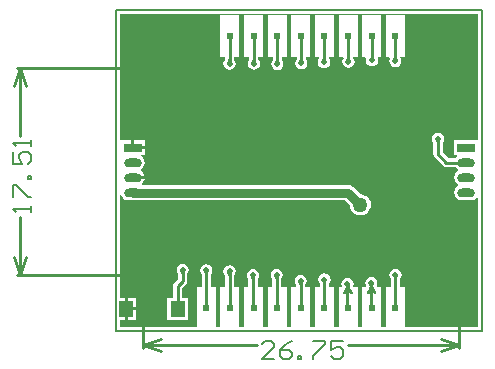
<source format=gtl>
%FSLAX25Y25*%
%MOIN*%
G70*
G01*
G75*
G04 Layer_Physical_Order=1*
G04 Layer_Color=255*
%ADD10C,0.01000*%
%ADD11R,0.04843X0.05354*%
%ADD12C,0.03000*%
%ADD13C,0.00500*%
%ADD14C,0.00600*%
%ADD15O,0.06000X0.03000*%
%ADD16R,0.06000X0.03000*%
%ADD17R,0.02362X0.02362*%
%ADD18C,0.02000*%
%ADD19C,0.05000*%
G36*
X111718Y45000D02*
X103800D01*
Y40000D01*
X104680D01*
X104825Y39522D01*
X104498Y39302D01*
X104315Y39029D01*
X101833D01*
X99929Y40933D01*
Y44075D01*
X99945Y44112D01*
X100284Y44620D01*
X100439Y45400D01*
X100284Y46180D01*
X99842Y46842D01*
X99180Y47284D01*
X98400Y47439D01*
X97620Y47284D01*
X96958Y46842D01*
X96516Y46180D01*
X96361Y45400D01*
X96516Y44620D01*
X96855Y44112D01*
X96871Y44075D01*
Y40300D01*
X96871Y40300D01*
X96871D01*
X96987Y39715D01*
X97319Y39219D01*
X100119Y36419D01*
X100615Y36087D01*
X101200Y35971D01*
X104315D01*
X104498Y35698D01*
X105167Y35250D01*
Y34750D01*
X104498Y34302D01*
X103945Y33475D01*
X103751Y32500D01*
X103945Y31525D01*
X104498Y30698D01*
X105167Y30250D01*
Y29750D01*
X104498Y29302D01*
X103945Y28475D01*
X103751Y27500D01*
X103945Y26524D01*
X104498Y25698D01*
X105324Y25145D01*
X106300Y24951D01*
X109300D01*
X110275Y25145D01*
X111102Y25698D01*
X111239Y25902D01*
X111718Y25757D01*
Y-17229D01*
X87310D01*
Y-4026D01*
X85729D01*
Y-1325D01*
X85745Y-1288D01*
X86084Y-780D01*
X86239Y0D01*
X86084Y780D01*
X85642Y1442D01*
X84980Y1884D01*
X84200Y2039D01*
X83420Y1884D01*
X82758Y1442D01*
X82316Y780D01*
X82161Y0D01*
X82316Y-780D01*
X82655Y-1288D01*
X82671Y-1325D01*
Y-4026D01*
X80980D01*
Y-17229D01*
X79436D01*
Y-4026D01*
X78150D01*
X77914Y-3585D01*
X77984Y-3480D01*
X78139Y-2700D01*
X77984Y-1920D01*
X77542Y-1258D01*
X76880Y-816D01*
X76100Y-661D01*
X75320Y-816D01*
X74658Y-1258D01*
X74216Y-1920D01*
X74061Y-2700D01*
X74216Y-3480D01*
X74286Y-3585D01*
X74050Y-4026D01*
X73106D01*
Y-17229D01*
X71562D01*
Y-4026D01*
X70452D01*
X70402Y-3993D01*
X70112Y-3639D01*
X70239Y-3000D01*
X70084Y-2220D01*
X69642Y-1558D01*
X68980Y-1116D01*
X68200Y-961D01*
X67420Y-1116D01*
X66758Y-1558D01*
X66316Y-2220D01*
X66161Y-3000D01*
X66288Y-3639D01*
X65971Y-4026D01*
X65232D01*
Y-17229D01*
X63688D01*
Y-4026D01*
X62029D01*
Y-2825D01*
X62045Y-2788D01*
X62384Y-2280D01*
X62539Y-1500D01*
X62384Y-720D01*
X61942Y-58D01*
X61280Y384D01*
X60500Y539D01*
X59720Y384D01*
X59058Y-58D01*
X58616Y-720D01*
X58461Y-1500D01*
X58616Y-2280D01*
X58955Y-2788D01*
X58971Y-2825D01*
Y-4026D01*
X57358D01*
Y-17229D01*
X55814D01*
Y-4026D01*
X54129D01*
Y-3325D01*
X54145Y-3288D01*
X54484Y-2780D01*
X54639Y-2000D01*
X54484Y-1220D01*
X54042Y-558D01*
X53380Y-116D01*
X52600Y39D01*
X51820Y-116D01*
X51158Y-558D01*
X50716Y-1220D01*
X50561Y-2000D01*
X50716Y-2780D01*
X51055Y-3288D01*
X51071Y-3325D01*
Y-4026D01*
X49483D01*
Y-17229D01*
X47940D01*
Y-4026D01*
X46129D01*
Y-1325D01*
X46145Y-1288D01*
X46484Y-780D01*
X46639Y0D01*
X46484Y780D01*
X46042Y1442D01*
X45380Y1884D01*
X44600Y2039D01*
X43820Y1884D01*
X43158Y1442D01*
X42716Y780D01*
X42561Y0D01*
X42716Y-780D01*
X43055Y-1288D01*
X43071Y-1325D01*
Y-4026D01*
X41609D01*
Y-17229D01*
X40066D01*
Y-4026D01*
X38229D01*
Y-1325D01*
X38245Y-1288D01*
X38584Y-780D01*
X38739Y0D01*
X38584Y780D01*
X38142Y1442D01*
X37480Y1884D01*
X36700Y2039D01*
X35920Y1884D01*
X35258Y1442D01*
X34816Y780D01*
X34661Y0D01*
X34816Y-780D01*
X35155Y-1288D01*
X35171Y-1325D01*
Y-4026D01*
X33735D01*
Y-17229D01*
X32192D01*
Y-4026D01*
X30429D01*
Y-125D01*
X30445Y-88D01*
X30784Y420D01*
X30939Y1200D01*
X30784Y1980D01*
X30342Y2642D01*
X29680Y3084D01*
X28900Y3239D01*
X28120Y3084D01*
X27458Y2642D01*
X27016Y1980D01*
X26861Y1200D01*
X27016Y420D01*
X27355Y-88D01*
X27371Y-125D01*
Y-4026D01*
X25861D01*
Y-17229D01*
X24318D01*
Y-4026D01*
X22682D01*
Y222D01*
X22697Y259D01*
X23037Y767D01*
X23192Y1547D01*
X23037Y2328D01*
X22595Y2989D01*
X21933Y3431D01*
X21153Y3586D01*
X20372Y3431D01*
X19711Y2989D01*
X19269Y2328D01*
X19114Y1547D01*
X19269Y767D01*
X19608Y259D01*
X19623Y222D01*
Y-4026D01*
X17988D01*
Y-17229D01*
X-7781D01*
Y-14877D01*
X-6102D01*
Y-11201D01*
Y-7523D01*
X-7781D01*
Y26617D01*
X-7283Y26666D01*
X-7255Y26524D01*
X-6702Y25698D01*
X-5875Y25145D01*
X-4900Y24951D01*
X67344D01*
X68956Y23339D01*
X69065Y22512D01*
X69418Y21660D01*
X69979Y20929D01*
X70710Y20368D01*
X71561Y20015D01*
X72475Y19895D01*
X73388Y20015D01*
X74240Y20368D01*
X74971Y20929D01*
X75532Y21660D01*
X75885Y22512D01*
X76005Y23425D01*
X75885Y24339D01*
X75532Y25190D01*
X74971Y25921D01*
X74240Y26482D01*
X73388Y26835D01*
X72561Y26944D01*
X70202Y29302D01*
X69375Y29855D01*
X68400Y30049D01*
X-207D01*
X-352Y30527D01*
X-98Y30698D01*
X455Y31525D01*
X550Y32000D01*
X-3401D01*
Y33000D01*
X550D01*
X455Y33475D01*
X-98Y34302D01*
X-924Y34855D01*
Y35145D01*
X-98Y35698D01*
X455Y36525D01*
X649Y37500D01*
X455Y38475D01*
X-98Y39302D01*
X-924Y39855D01*
X-924Y39855D01*
X-924D01*
Y39855D01*
X-910Y40000D01*
X600D01*
Y42000D01*
X-3401D01*
Y42499D01*
X-3900D01*
Y45000D01*
X-7400D01*
Y45000D01*
X-7427D01*
X-7781Y45354D01*
Y87111D01*
X111718D01*
Y45000D01*
D02*
G37*
%LPC*%
G36*
X600D02*
X-2900D01*
Y43000D01*
X600D01*
Y45000D01*
D02*
G37*
G36*
X47940Y86525D02*
X41609D01*
Y72714D01*
X43271D01*
Y71611D01*
X42916Y71080D01*
X42761Y70300D01*
X42916Y69520D01*
X43358Y68858D01*
X44020Y68416D01*
X44800Y68261D01*
X45580Y68416D01*
X46242Y68858D01*
X46684Y69520D01*
X46839Y70300D01*
X46684Y71080D01*
X46329Y71611D01*
Y72714D01*
X47940D01*
Y86525D01*
D02*
G37*
G36*
X-2181Y-11700D02*
X-5102D01*
Y-14877D01*
X-2181D01*
Y-11700D01*
D02*
G37*
G36*
X13300Y3739D02*
X12520Y3584D01*
X11858Y3142D01*
X11416Y2480D01*
X11261Y1700D01*
X11416Y920D01*
X11755Y412D01*
X11771Y375D01*
Y-1366D01*
X10521Y-2617D01*
X10189Y-3113D01*
X10073Y-3698D01*
Y-7523D01*
X8181D01*
Y-14877D01*
X15023D01*
Y-7523D01*
X13131D01*
Y-4332D01*
X14381Y-3081D01*
X14713Y-2585D01*
X14732Y-2488D01*
X14829Y-2000D01*
Y375D01*
X14845Y412D01*
X15184Y920D01*
X15339Y1700D01*
X15184Y2480D01*
X14742Y3142D01*
X14080Y3584D01*
X13300Y3739D01*
D02*
G37*
G36*
X-2181Y-7523D02*
X-5102D01*
Y-10700D01*
X-2181D01*
Y-7523D01*
D02*
G37*
G36*
X32192Y86525D02*
X25861D01*
Y72714D01*
X27371D01*
Y71811D01*
X27016Y71280D01*
X26861Y70500D01*
X27016Y69720D01*
X27458Y69058D01*
X28120Y68616D01*
X28900Y68461D01*
X29680Y68616D01*
X30342Y69058D01*
X30784Y69720D01*
X30939Y70500D01*
X30784Y71280D01*
X30429Y71811D01*
Y72714D01*
X32192D01*
Y86525D01*
D02*
G37*
G36*
X71562D02*
X65232D01*
Y72714D01*
X66643D01*
X66878Y72273D01*
X66616Y71880D01*
X66461Y71100D01*
X66616Y70320D01*
X67058Y69658D01*
X67720Y69216D01*
X68500Y69061D01*
X69280Y69216D01*
X69942Y69658D01*
X70384Y70320D01*
X70539Y71100D01*
X70384Y71880D01*
X70029Y72411D01*
Y72714D01*
X71562D01*
Y86525D01*
D02*
G37*
G36*
X87310D02*
X80980D01*
Y72714D01*
X82109D01*
X82345Y72273D01*
X82216Y72080D01*
X82061Y71300D01*
X82216Y70520D01*
X82658Y69858D01*
X83320Y69416D01*
X84100Y69261D01*
X84880Y69416D01*
X85542Y69858D01*
X85984Y70520D01*
X86139Y71300D01*
X85984Y72080D01*
X85645Y72588D01*
X85629Y72625D01*
Y72714D01*
X87310D01*
Y86525D01*
D02*
G37*
G36*
X79436D02*
X73106D01*
Y72714D01*
X74188D01*
X74506Y72328D01*
X74361Y71600D01*
X74516Y70820D01*
X74958Y70158D01*
X75620Y69716D01*
X76400Y69561D01*
X77180Y69716D01*
X77842Y70158D01*
X78284Y70820D01*
X78439Y71600D01*
X78284Y72380D01*
X78462Y72714D01*
X79436D01*
Y86525D01*
D02*
G37*
G36*
X40066D02*
X33735D01*
Y72714D01*
X35471D01*
Y71811D01*
X35116Y71280D01*
X34961Y70500D01*
X35116Y69720D01*
X35558Y69058D01*
X36220Y68616D01*
X37000Y68461D01*
X37780Y68616D01*
X38442Y69058D01*
X38884Y69720D01*
X39039Y70500D01*
X38884Y71280D01*
X38529Y71811D01*
Y72714D01*
X40066D01*
Y86525D01*
D02*
G37*
G36*
X55814D02*
X49483D01*
Y72714D01*
X51271D01*
Y71911D01*
X50916Y71380D01*
X50761Y70600D01*
X50916Y69820D01*
X51358Y69158D01*
X52020Y68716D01*
X52800Y68561D01*
X53580Y68716D01*
X54242Y69158D01*
X54684Y69820D01*
X54839Y70600D01*
X54684Y71380D01*
X54329Y71911D01*
Y72714D01*
X55814D01*
Y86525D01*
D02*
G37*
G36*
X63688D02*
X57358D01*
Y72714D01*
X58871D01*
Y72211D01*
X58516Y71680D01*
X58361Y70900D01*
X58516Y70120D01*
X58958Y69458D01*
X59620Y69016D01*
X60400Y68861D01*
X61180Y69016D01*
X61842Y69458D01*
X62284Y70120D01*
X62439Y70900D01*
X62284Y71680D01*
X61929Y72211D01*
Y72714D01*
X63688D01*
Y86525D01*
D02*
G37*
%LPD*%
D10*
X98753Y45046D02*
G03*
X98400Y44193I854J-854D01*
G01*
D02*
G03*
X98046Y45046I-1207J0D01*
G01*
X29254Y846D02*
G03*
X28900Y-7I854J-854D01*
G01*
D02*
G03*
X28546Y846I-1207J0D01*
G01*
X37054Y-353D02*
G03*
X36700Y-1207I854J-854D01*
G01*
D02*
G03*
X36346Y-353I-1207J0D01*
G01*
X44954D02*
G03*
X44600Y-1207I854J-854D01*
G01*
D02*
G03*
X44246Y-353I-1207J0D01*
G01*
X52953Y-2354D02*
G03*
X52600Y-3207I854J-854D01*
G01*
D02*
G03*
X52246Y-2354I-1207J0D01*
G01*
X60853Y-1853D02*
G03*
X60500Y-2707I854J-854D01*
G01*
D02*
G03*
X60146Y-1853I-1207J0D01*
G01*
X68554Y-3353D02*
G03*
X68200Y-4207I854J-854D01*
G01*
D02*
G03*
X67847Y-3353I-1207J0D01*
G01*
X76454Y-3053D02*
G03*
X76100Y-3907I854J-854D01*
G01*
D02*
G03*
X75747Y-3053I-1207J0D01*
G01*
X84553Y-353D02*
G03*
X84200Y-1207I854J-854D01*
G01*
D02*
G03*
X83846Y-353I-1207J0D01*
G01*
X83746Y71653D02*
G03*
X84100Y72507I-854J854D01*
G01*
D02*
G03*
X84453Y71653I1207J0D01*
G01*
X13654Y1346D02*
G03*
X13300Y493I854J-854D01*
G01*
D02*
G03*
X12946Y1346I-1207J0D01*
G01*
X21506Y1194D02*
G03*
X21153Y340I854J-854D01*
G01*
D02*
G03*
X20799Y1194I-1207J0D01*
G01*
X75093Y-6014D02*
G03*
X76100Y-3583I-2430J2430D01*
G01*
Y-2758D02*
G03*
X77448Y-6014I4604J0D01*
G01*
X67219D02*
G03*
X68200Y-3646I-2368J2368D01*
G01*
Y-3000D02*
G03*
X69513Y-5955I3982J0D01*
G01*
X76100Y-2758D02*
G03*
X77448Y-6014I4604J0D01*
G01*
X75093D02*
G03*
X76100Y-3583I-2430J2430D01*
G01*
X68200Y-3000D02*
G03*
X69513Y-5955I3982J0D01*
G01*
X67219Y-6014D02*
G03*
X68200Y-3646I-2368J2368D01*
G01*
X68500Y72307D02*
G03*
X68853Y71453I1207J0D01*
G01*
X68147D02*
G03*
X68500Y72307I-854J854D01*
G01*
X60400Y72107D02*
G03*
X60754Y71254I1207J0D01*
G01*
X60046D02*
G03*
X60400Y72107I-854J854D01*
G01*
X52800Y71807D02*
G03*
X53154Y70954I1207J0D01*
G01*
X52447D02*
G03*
X52800Y71807I-854J854D01*
G01*
X44800Y71507D02*
G03*
X45154Y70653I1207J0D01*
G01*
X44446D02*
G03*
X44800Y71507I-854J854D01*
G01*
X37000Y71707D02*
G03*
X37354Y70854I1207J0D01*
G01*
X36646D02*
G03*
X37000Y71707I-854J854D01*
G01*
X28900D02*
G03*
X29254Y70854I1207J0D01*
G01*
X28546D02*
G03*
X28900Y71707I-854J854D01*
G01*
X98400Y44193D02*
G03*
X98046Y45046I-1207J0D01*
G01*
X98753D02*
G03*
X98400Y44193I854J-854D01*
G01*
X28900Y-7D02*
G03*
X28546Y846I-1207J0D01*
G01*
X29254D02*
G03*
X28900Y-7I854J-854D01*
G01*
X36700Y-1207D02*
G03*
X36346Y-353I-1207J0D01*
G01*
X37054D02*
G03*
X36700Y-1207I854J-854D01*
G01*
X44600D02*
G03*
X44246Y-353I-1207J0D01*
G01*
X44954D02*
G03*
X44600Y-1207I854J-854D01*
G01*
X52600Y-3207D02*
G03*
X52246Y-2354I-1207J0D01*
G01*
X52953D02*
G03*
X52600Y-3207I854J-854D01*
G01*
X60500Y-2707D02*
G03*
X60146Y-1853I-1207J0D01*
G01*
X60853D02*
G03*
X60500Y-2707I854J-854D01*
G01*
X68200Y-4207D02*
G03*
X67847Y-3353I-1207J0D01*
G01*
X68554D02*
G03*
X68200Y-4207I854J-854D01*
G01*
X76100Y-3907D02*
G03*
X75747Y-3053I-1207J0D01*
G01*
X76454D02*
G03*
X76100Y-3907I854J-854D01*
G01*
X84200Y-1207D02*
G03*
X83846Y-353I-1207J0D01*
G01*
X84553D02*
G03*
X84200Y-1207I854J-854D01*
G01*
X84100Y72507D02*
G03*
X84453Y71653I1207J0D01*
G01*
X83746D02*
G03*
X84100Y72507I-854J854D01*
G01*
X13300Y493D02*
G03*
X12946Y1346I-1207J0D01*
G01*
X13654D02*
G03*
X13300Y493I854J-854D01*
G01*
X21153Y340D02*
G03*
X20799Y1194I-1207J0D01*
G01*
X21506D02*
G03*
X21153Y340I854J-854D01*
G01*
Y-10932D02*
Y1547D01*
X13300Y-2000D02*
Y1700D01*
X11602Y-3698D02*
X13300Y-2000D01*
X11602Y-11200D02*
Y-3698D01*
X84200Y-10876D02*
Y0D01*
X76100Y-10761D02*
Y-2700D01*
X68200Y-10735D02*
Y-3000D01*
X60500Y-10909D02*
Y-1500D01*
X52600Y-10883D02*
Y-2000D01*
X44600Y-10757D02*
Y0D01*
X36700Y-10731D02*
Y0D01*
X28900Y-10805D02*
Y1200D01*
X84100Y71300D02*
Y79575D01*
X101200Y37500D02*
X107800D01*
X98400Y40300D02*
X101200Y37500D01*
X98400Y40300D02*
Y45400D01*
X28900Y70500D02*
Y79493D01*
X29027Y79620D01*
X37000Y70500D02*
Y79520D01*
X36901Y79620D02*
X37000Y79520D01*
X44800Y70300D02*
Y79594D01*
X44775Y79620D02*
X44800Y79594D01*
X52800Y70600D02*
Y79469D01*
X52649Y79620D02*
X52800Y79469D01*
X60400Y70900D02*
Y79497D01*
X60523Y79620D01*
X68500Y71100D02*
Y79517D01*
X68397Y79620D02*
X68500Y79517D01*
X76271Y71729D02*
Y79620D01*
Y71729D02*
X76400Y71600D01*
X105300Y-24400D02*
Y-1250D01*
X0Y-24400D02*
Y-1250D01*
X68291Y-23400D02*
X105300D01*
X0D02*
X38100D01*
X99300Y-21400D02*
X105300Y-23400D01*
X99300Y-25400D02*
X105300Y-23400D01*
X0D02*
X6000Y-25400D01*
X0Y-23400D02*
X6000Y-21400D01*
X-42000Y0D02*
X-1250D01*
X-42000Y68946D02*
X-1250D01*
X-41000Y0D02*
Y19277D01*
Y46469D02*
Y68946D01*
Y0D02*
X-39000Y6000D01*
X-43000D02*
X-41000Y0D01*
X-43000Y62946D02*
X-41000Y68946D01*
X-39000Y62946D01*
D11*
X-5602Y-11200D02*
D03*
X11602D02*
D03*
D12*
X68400Y27500D02*
X72475Y23425D01*
X-3400Y27500D02*
X68400D01*
D13*
X-9055Y-18504D02*
Y88386D01*
X-8900D02*
X112992D01*
Y-18504D02*
Y88400D01*
X-9055Y-18504D02*
X113100D01*
D14*
X43699Y-28100D02*
X39700D01*
X43699Y-24101D01*
Y-23102D01*
X42699Y-22102D01*
X40700D01*
X39700Y-23102D01*
X49697Y-22102D02*
X47697Y-23102D01*
X45698Y-25101D01*
Y-27100D01*
X46698Y-28100D01*
X48697D01*
X49697Y-27100D01*
Y-26101D01*
X48697Y-25101D01*
X45698D01*
X51696Y-28100D02*
Y-27100D01*
X52696D01*
Y-28100D01*
X51696D01*
X56695Y-22102D02*
X60693D01*
Y-23102D01*
X56695Y-27100D01*
Y-28100D01*
X66691Y-22102D02*
X62693D01*
Y-25101D01*
X64692Y-24101D01*
X65692D01*
X66691Y-25101D01*
Y-27100D01*
X65692Y-28100D01*
X63692D01*
X62693Y-27100D01*
X-37401Y20877D02*
Y22876D01*
Y21877D01*
X-43399D01*
X-42399Y20877D01*
X-43399Y25875D02*
Y29874D01*
X-42399D01*
X-38401Y25875D01*
X-37401D01*
Y31873D02*
X-38401D01*
Y32873D01*
X-37401D01*
Y31873D01*
X-43399Y40870D02*
Y36872D01*
X-40400D01*
X-41400Y38871D01*
Y39871D01*
X-40400Y40870D01*
X-38401D01*
X-37401Y39871D01*
Y37871D01*
X-38401Y36872D01*
X-37401Y42870D02*
Y44869D01*
Y43869D01*
X-43399D01*
X-42399Y42870D01*
D15*
X-3400Y32500D02*
D03*
Y27500D02*
D03*
Y37500D02*
D03*
X107800Y32500D02*
D03*
Y27500D02*
D03*
Y37500D02*
D03*
D16*
X-3400Y42500D02*
D03*
X107800D02*
D03*
D17*
X84145Y-10932D02*
D03*
X76271D02*
D03*
X68397D02*
D03*
X60523D02*
D03*
X52649D02*
D03*
X44775D02*
D03*
X36901D02*
D03*
X29027D02*
D03*
X21153D02*
D03*
X29027Y79620D02*
D03*
X36901D02*
D03*
X44775D02*
D03*
X52649D02*
D03*
X60523D02*
D03*
X68397D02*
D03*
X76271D02*
D03*
X84145D02*
D03*
D18*
X21153Y1547D02*
D03*
X13300Y1700D02*
D03*
X76400Y71600D02*
D03*
X84100Y71300D02*
D03*
X84200Y0D02*
D03*
X76100Y-2700D02*
D03*
X68200Y-3000D02*
D03*
X60500Y-1500D02*
D03*
X52600Y-2000D02*
D03*
X44600Y0D02*
D03*
X36700D02*
D03*
X28900Y1200D02*
D03*
X98400Y45400D02*
D03*
X28900Y70500D02*
D03*
X37000D02*
D03*
X44800Y70300D02*
D03*
X52800Y70600D02*
D03*
X60400Y70900D02*
D03*
X68500Y71100D02*
D03*
D19*
X72475Y23425D02*
D03*
M02*

</source>
